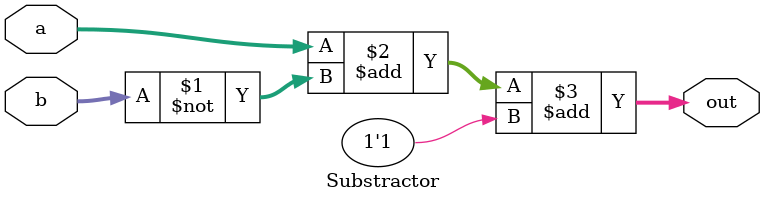
<source format=v>
module Substractor(a, b, out);
    parameter N = 32;

    input [N-1:0] a, b;
    output [N-1:0] out;

    assign out = a + ~b + 1'b1;
endmodule

</source>
